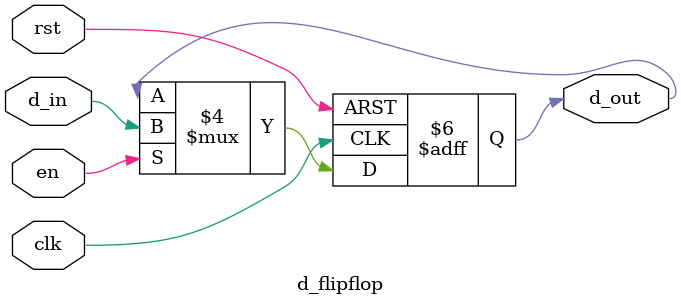
<source format=v>
`timescale 1ns / 1ps


module d_flipflop(
    input d_in,
    input clk, en, rst,
    output reg d_out
    );
    
    always@(posedge clk or posedge rst)
    begin
        if (rst == 1'b1)
        begin
            d_out <= 1'b0;
        end
        else begin
            if (en == 1'b1)
            begin
                d_out <= d_in;
            end
        end
    end
    
endmodule

</source>
